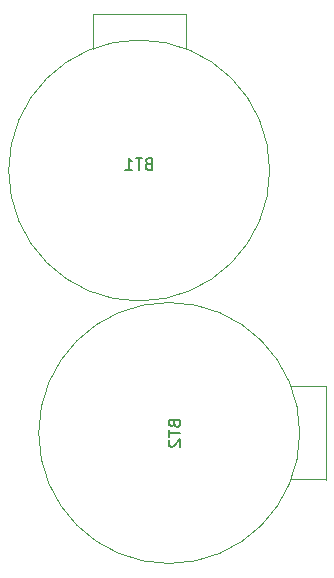
<source format=gbr>
%TF.GenerationSoftware,KiCad,Pcbnew,(5.1.12)-1*%
%TF.CreationDate,2021-12-12T20:51:00-05:00*%
%TF.ProjectId,snowflake,736e6f77-666c-4616-9b65-2e6b69636164,rev?*%
%TF.SameCoordinates,Original*%
%TF.FileFunction,Legend,Bot*%
%TF.FilePolarity,Positive*%
%FSLAX46Y46*%
G04 Gerber Fmt 4.6, Leading zero omitted, Abs format (unit mm)*
G04 Created by KiCad (PCBNEW (5.1.12)-1) date 2021-12-12 20:51:00*
%MOMM*%
%LPD*%
G01*
G04 APERTURE LIST*
%ADD10C,0.120000*%
%ADD11C,0.150000*%
G04 APERTURE END LIST*
D10*
%TO.C,BT1*%
X155195000Y-88900000D02*
G75*
G03*
X155195000Y-88900000I-11050000J0D01*
G01*
X144145000Y-75650000D02*
X140195000Y-75650000D01*
X144145000Y-75650000D02*
X148095000Y-75650000D01*
X140195000Y-75650000D02*
X140195300Y-78574900D01*
X148082000Y-75633400D02*
X148082300Y-78558300D01*
%TO.C,BT2*%
X159951600Y-115062000D02*
X157026700Y-115062300D01*
X159935000Y-107175000D02*
X157010100Y-107175300D01*
X159935000Y-111125000D02*
X159935000Y-115075000D01*
X159935000Y-111125000D02*
X159935000Y-107175000D01*
X157735000Y-111125000D02*
G75*
G03*
X157735000Y-111125000I-11050000J0D01*
G01*
%TO.C,BT1*%
D11*
X144930714Y-88328571D02*
X144787857Y-88376190D01*
X144740238Y-88423809D01*
X144692619Y-88519047D01*
X144692619Y-88661904D01*
X144740238Y-88757142D01*
X144787857Y-88804761D01*
X144883095Y-88852380D01*
X145264047Y-88852380D01*
X145264047Y-87852380D01*
X144930714Y-87852380D01*
X144835476Y-87900000D01*
X144787857Y-87947619D01*
X144740238Y-88042857D01*
X144740238Y-88138095D01*
X144787857Y-88233333D01*
X144835476Y-88280952D01*
X144930714Y-88328571D01*
X145264047Y-88328571D01*
X144406904Y-87852380D02*
X143835476Y-87852380D01*
X144121190Y-88852380D02*
X144121190Y-87852380D01*
X142978333Y-88852380D02*
X143549761Y-88852380D01*
X143264047Y-88852380D02*
X143264047Y-87852380D01*
X143359285Y-87995238D01*
X143454523Y-88090476D01*
X143549761Y-88138095D01*
%TO.C,BT2*%
X147113571Y-110339285D02*
X147161190Y-110482142D01*
X147208809Y-110529761D01*
X147304047Y-110577380D01*
X147446904Y-110577380D01*
X147542142Y-110529761D01*
X147589761Y-110482142D01*
X147637380Y-110386904D01*
X147637380Y-110005952D01*
X146637380Y-110005952D01*
X146637380Y-110339285D01*
X146685000Y-110434523D01*
X146732619Y-110482142D01*
X146827857Y-110529761D01*
X146923095Y-110529761D01*
X147018333Y-110482142D01*
X147065952Y-110434523D01*
X147113571Y-110339285D01*
X147113571Y-110005952D01*
X146637380Y-110863095D02*
X146637380Y-111434523D01*
X147637380Y-111148809D02*
X146637380Y-111148809D01*
X146732619Y-111720238D02*
X146685000Y-111767857D01*
X146637380Y-111863095D01*
X146637380Y-112101190D01*
X146685000Y-112196428D01*
X146732619Y-112244047D01*
X146827857Y-112291666D01*
X146923095Y-112291666D01*
X147065952Y-112244047D01*
X147637380Y-111672619D01*
X147637380Y-112291666D01*
%TD*%
M02*

</source>
